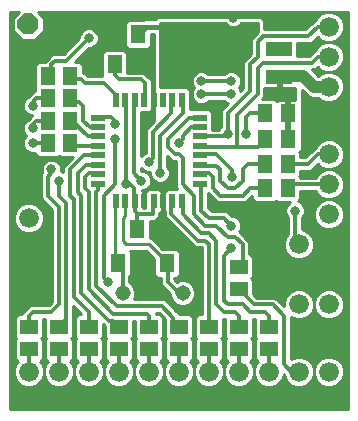
<source format=gbl>
G75*
%MOIN*%
%OFA0B0*%
%FSLAX25Y25*%
%IPPOS*%
%LPD*%
%AMOC8*
5,1,8,0,0,1.08239X$1,22.5*
%
%ADD10R,0.05118X0.06299*%
%ADD11R,0.02200X0.05000*%
%ADD12R,0.05000X0.02200*%
%ADD13C,0.05150*%
%ADD14R,0.08800X0.04800*%
%ADD15R,0.08661X0.14173*%
%ADD16C,0.06600*%
%ADD17OC8,0.07000*%
%ADD18R,0.05118X0.05906*%
%ADD19R,0.05906X0.05118*%
%ADD20C,0.01000*%
%ADD21C,0.01200*%
%ADD22C,0.03175*%
%ADD23C,0.01600*%
%ADD24C,0.04000*%
D10*
X0063658Y0071433D03*
X0071532Y0071433D03*
X0079908Y0071433D03*
X0087782Y0071433D03*
X0077782Y0082683D03*
X0069908Y0082683D03*
X0070282Y0137683D03*
X0062408Y0137683D03*
X0062408Y0147683D03*
X0070282Y0147683D03*
D11*
X0069121Y0125833D03*
X0065971Y0125833D03*
X0062822Y0125833D03*
X0072270Y0125833D03*
X0075420Y0125833D03*
X0078570Y0125833D03*
X0081719Y0125833D03*
X0084869Y0125833D03*
X0084869Y0092033D03*
X0081719Y0092033D03*
X0078570Y0092033D03*
X0075420Y0092033D03*
X0072270Y0092033D03*
X0069121Y0092033D03*
X0065971Y0092033D03*
X0062822Y0092033D03*
D12*
X0056945Y0097909D03*
X0056945Y0101059D03*
X0056945Y0104209D03*
X0056945Y0107358D03*
X0056945Y0110508D03*
X0056945Y0113657D03*
X0056945Y0116807D03*
X0056945Y0119957D03*
X0090745Y0119957D03*
X0090745Y0116807D03*
X0090745Y0113657D03*
X0090745Y0110508D03*
X0090745Y0107358D03*
X0090745Y0104209D03*
X0090745Y0101059D03*
X0090745Y0097909D03*
D13*
X0085095Y0061433D03*
X0065095Y0061433D03*
D14*
X0117295Y0133583D03*
X0117295Y0142683D03*
X0117295Y0151783D03*
D15*
X0092894Y0142683D03*
D16*
X0133845Y0140183D03*
X0133845Y0130183D03*
X0133845Y0120183D03*
X0133845Y0107683D03*
X0133845Y0097683D03*
X0133845Y0087683D03*
X0133845Y0077683D03*
X0123845Y0077683D03*
X0123845Y0057683D03*
X0133845Y0057683D03*
X0133845Y0035183D03*
X0123845Y0035183D03*
X0113845Y0035183D03*
X0103845Y0035183D03*
X0093845Y0035183D03*
X0083845Y0035183D03*
X0073845Y0035183D03*
X0063845Y0035183D03*
X0053845Y0035183D03*
X0043845Y0035183D03*
X0033845Y0035183D03*
X0033845Y0076433D03*
X0033845Y0086433D03*
X0133845Y0150183D03*
D17*
X0033599Y0151074D03*
D18*
X0040105Y0133933D03*
X0040105Y0126433D03*
X0040105Y0118933D03*
X0040105Y0111433D03*
X0047585Y0111433D03*
X0047585Y0118933D03*
X0047585Y0126433D03*
X0047585Y0133933D03*
X0112605Y0121433D03*
X0120085Y0121433D03*
X0120085Y0112683D03*
X0120085Y0104558D03*
X0112605Y0104558D03*
X0112605Y0112683D03*
X0112605Y0096433D03*
X0120085Y0096433D03*
D19*
X0103845Y0070173D03*
X0103845Y0062693D03*
X0103845Y0050173D03*
X0103845Y0042693D03*
X0093845Y0042693D03*
X0093845Y0050173D03*
X0083845Y0050173D03*
X0083845Y0042693D03*
X0073845Y0042693D03*
X0073845Y0050173D03*
X0063845Y0050173D03*
X0063845Y0042693D03*
X0053845Y0042693D03*
X0053845Y0050173D03*
X0043845Y0050173D03*
X0043845Y0042693D03*
X0033845Y0042693D03*
X0033845Y0050173D03*
X0113845Y0050173D03*
X0113845Y0042693D03*
D20*
X0027564Y0022652D02*
X0027564Y0155215D01*
X0030413Y0155215D01*
X0028418Y0153220D01*
X0028418Y0148928D01*
X0031453Y0145893D01*
X0035745Y0145893D01*
X0038780Y0148928D01*
X0038780Y0153220D01*
X0036785Y0155215D01*
X0140127Y0155215D01*
X0140127Y0022652D01*
X0027564Y0022652D01*
X0027564Y0023179D02*
X0140127Y0023179D01*
X0140127Y0024177D02*
X0027564Y0024177D01*
X0027564Y0025176D02*
X0140127Y0025176D01*
X0140127Y0026174D02*
X0027564Y0026174D01*
X0027564Y0027173D02*
X0140127Y0027173D01*
X0140127Y0028171D02*
X0027564Y0028171D01*
X0027564Y0029170D02*
X0140127Y0029170D01*
X0140127Y0030168D02*
X0027564Y0030168D01*
X0027564Y0031167D02*
X0030817Y0031167D01*
X0031024Y0030960D02*
X0032854Y0030202D01*
X0034836Y0030202D01*
X0036667Y0030960D01*
X0038068Y0032362D01*
X0038826Y0034192D01*
X0038826Y0036174D01*
X0038068Y0038005D01*
X0037557Y0038516D01*
X0038479Y0039438D01*
X0038479Y0045948D01*
X0037994Y0046433D01*
X0038479Y0046918D01*
X0038479Y0052902D01*
X0039211Y0052902D01*
X0039211Y0046918D01*
X0039696Y0046433D01*
X0039211Y0045948D01*
X0039211Y0039438D01*
X0040133Y0038516D01*
X0039622Y0038005D01*
X0038864Y0036174D01*
X0038864Y0034192D01*
X0039622Y0032362D01*
X0041024Y0030960D01*
X0042854Y0030202D01*
X0044836Y0030202D01*
X0046667Y0030960D01*
X0048068Y0032362D01*
X0048826Y0034192D01*
X0048826Y0036174D01*
X0048068Y0038005D01*
X0047557Y0038516D01*
X0048479Y0039438D01*
X0048479Y0045948D01*
X0047994Y0046433D01*
X0048479Y0046918D01*
X0048479Y0051581D01*
X0048626Y0051728D01*
X0048626Y0057176D01*
X0051389Y0054413D01*
X0050196Y0054413D01*
X0049211Y0053429D01*
X0049211Y0046918D01*
X0049696Y0046433D01*
X0049211Y0045948D01*
X0049211Y0039438D01*
X0050133Y0038516D01*
X0049622Y0038005D01*
X0048864Y0036174D01*
X0048864Y0034192D01*
X0049622Y0032362D01*
X0051024Y0030960D01*
X0052854Y0030202D01*
X0054836Y0030202D01*
X0056667Y0030960D01*
X0058068Y0032362D01*
X0058826Y0034192D01*
X0058826Y0036174D01*
X0058068Y0038005D01*
X0057557Y0038516D01*
X0058479Y0039438D01*
X0058479Y0045948D01*
X0057994Y0046433D01*
X0058479Y0046918D01*
X0058479Y0051073D01*
X0059211Y0050341D01*
X0059211Y0046918D01*
X0059696Y0046433D01*
X0059211Y0045948D01*
X0059211Y0039438D01*
X0060133Y0038516D01*
X0059622Y0038005D01*
X0058864Y0036174D01*
X0058864Y0034192D01*
X0059622Y0032362D01*
X0061024Y0030960D01*
X0062854Y0030202D01*
X0064836Y0030202D01*
X0066667Y0030960D01*
X0068068Y0032362D01*
X0068826Y0034192D01*
X0068826Y0036174D01*
X0068068Y0038005D01*
X0067557Y0038516D01*
X0068479Y0039438D01*
X0068479Y0045948D01*
X0067994Y0046433D01*
X0068479Y0046918D01*
X0068479Y0052277D01*
X0069211Y0052277D01*
X0069211Y0046918D01*
X0069696Y0046433D01*
X0069211Y0045948D01*
X0069211Y0039438D01*
X0070133Y0038516D01*
X0069622Y0038005D01*
X0068864Y0036174D01*
X0068864Y0034192D01*
X0069622Y0032362D01*
X0071024Y0030960D01*
X0072854Y0030202D01*
X0074836Y0030202D01*
X0076667Y0030960D01*
X0078068Y0032362D01*
X0078826Y0034192D01*
X0078826Y0036174D01*
X0078068Y0038005D01*
X0077557Y0038516D01*
X0078479Y0039438D01*
X0078479Y0045948D01*
X0077994Y0046433D01*
X0078479Y0046918D01*
X0078479Y0053429D01*
X0077494Y0054413D01*
X0076126Y0054413D01*
X0076126Y0054777D01*
X0077275Y0054777D01*
X0079211Y0052841D01*
X0079211Y0046918D01*
X0079696Y0046433D01*
X0079211Y0045948D01*
X0079211Y0039438D01*
X0080133Y0038516D01*
X0079622Y0038005D01*
X0078864Y0036174D01*
X0078864Y0034192D01*
X0079622Y0032362D01*
X0081024Y0030960D01*
X0082854Y0030202D01*
X0084836Y0030202D01*
X0086667Y0030960D01*
X0088068Y0032362D01*
X0088826Y0034192D01*
X0088826Y0036174D01*
X0088068Y0038005D01*
X0087557Y0038516D01*
X0088479Y0039438D01*
X0088479Y0045948D01*
X0087994Y0046433D01*
X0088479Y0046918D01*
X0088479Y0053429D01*
X0087494Y0054413D01*
X0084091Y0054413D01*
X0082915Y0055589D01*
X0080501Y0058003D01*
X0079165Y0059339D01*
X0068834Y0059339D01*
X0069351Y0060587D01*
X0069351Y0062280D01*
X0068703Y0063844D01*
X0067506Y0065041D01*
X0067376Y0065095D01*
X0067376Y0067065D01*
X0067898Y0067587D01*
X0067898Y0075279D01*
X0067675Y0075502D01*
X0072942Y0075502D01*
X0075668Y0072776D01*
X0075668Y0067587D01*
X0076653Y0066602D01*
X0077814Y0066602D01*
X0077814Y0064238D01*
X0080839Y0061213D01*
X0080839Y0060587D01*
X0081487Y0059022D01*
X0082684Y0057825D01*
X0084249Y0057177D01*
X0085942Y0057177D01*
X0087506Y0057825D01*
X0088703Y0059022D01*
X0089351Y0060587D01*
X0089351Y0062280D01*
X0088703Y0063844D01*
X0087506Y0065041D01*
X0085942Y0065689D01*
X0084249Y0065689D01*
X0083235Y0065269D01*
X0082376Y0066128D01*
X0082376Y0066602D01*
X0083164Y0066602D01*
X0084148Y0067587D01*
X0084148Y0075279D01*
X0083164Y0076264D01*
X0078349Y0076264D01*
X0074749Y0079864D01*
X0074148Y0079864D01*
X0074148Y0085402D01*
X0076040Y0085402D01*
X0077376Y0086738D01*
X0077376Y0088012D01*
X0078201Y0088837D01*
X0078201Y0095229D01*
X0077216Y0096214D01*
X0073624Y0096214D01*
X0072639Y0095229D01*
X0072639Y0089964D01*
X0071902Y0089964D01*
X0071902Y0095229D01*
X0071467Y0095665D01*
X0071995Y0095665D01*
X0073197Y0096162D01*
X0074116Y0097082D01*
X0074614Y0098283D01*
X0074614Y0099583D01*
X0074116Y0100785D01*
X0073197Y0101704D01*
X0071995Y0102202D01*
X0071303Y0102202D01*
X0071126Y0102378D01*
X0071126Y0103280D01*
X0071994Y0102412D01*
X0073195Y0101915D01*
X0074327Y0101915D01*
X0074327Y0100783D01*
X0074824Y0099582D01*
X0075744Y0098662D01*
X0076945Y0098165D01*
X0078245Y0098165D01*
X0079447Y0098662D01*
X0080366Y0099582D01*
X0080864Y0100783D01*
X0080864Y0102083D01*
X0080366Y0103285D01*
X0079876Y0103774D01*
X0079876Y0107176D01*
X0081650Y0105402D01*
X0082814Y0105402D01*
X0082814Y0096738D01*
X0083338Y0096214D01*
X0079923Y0096214D01*
X0078938Y0095229D01*
X0078938Y0088837D01*
X0079064Y0088711D01*
X0079064Y0086738D01*
X0080400Y0085402D01*
X0089150Y0076652D01*
X0091564Y0076652D01*
X0091564Y0054413D01*
X0090196Y0054413D01*
X0089211Y0053429D01*
X0089211Y0046918D01*
X0089696Y0046433D01*
X0089211Y0045948D01*
X0089211Y0039438D01*
X0090133Y0038516D01*
X0089622Y0038005D01*
X0088864Y0036174D01*
X0088864Y0034192D01*
X0089622Y0032362D01*
X0091024Y0030960D01*
X0092854Y0030202D01*
X0094836Y0030202D01*
X0096667Y0030960D01*
X0098068Y0032362D01*
X0098826Y0034192D01*
X0098826Y0036174D01*
X0098068Y0038005D01*
X0097557Y0038516D01*
X0098479Y0039438D01*
X0098479Y0045948D01*
X0097994Y0046433D01*
X0098479Y0046918D01*
X0098479Y0052902D01*
X0099211Y0052902D01*
X0099211Y0046918D01*
X0099696Y0046433D01*
X0099211Y0045948D01*
X0099211Y0039438D01*
X0100133Y0038516D01*
X0099622Y0038005D01*
X0098864Y0036174D01*
X0098864Y0034192D01*
X0099622Y0032362D01*
X0101024Y0030960D01*
X0102854Y0030202D01*
X0104836Y0030202D01*
X0106667Y0030960D01*
X0108068Y0032362D01*
X0108826Y0034192D01*
X0108826Y0036174D01*
X0108068Y0038005D01*
X0107557Y0038516D01*
X0108479Y0039438D01*
X0108479Y0045948D01*
X0107994Y0046433D01*
X0108479Y0046918D01*
X0108479Y0052902D01*
X0109211Y0052902D01*
X0109211Y0046918D01*
X0109696Y0046433D01*
X0109211Y0045948D01*
X0109211Y0039438D01*
X0110133Y0038516D01*
X0109622Y0038005D01*
X0108864Y0036174D01*
X0108864Y0034192D01*
X0109622Y0032362D01*
X0111024Y0030960D01*
X0112854Y0030202D01*
X0114836Y0030202D01*
X0116667Y0030960D01*
X0118068Y0032362D01*
X0118826Y0034192D01*
X0118826Y0034476D01*
X0118864Y0034438D01*
X0118864Y0034192D01*
X0119622Y0032362D01*
X0121024Y0030960D01*
X0122854Y0030202D01*
X0124836Y0030202D01*
X0126667Y0030960D01*
X0128068Y0032362D01*
X0128826Y0034192D01*
X0128826Y0036174D01*
X0128068Y0038005D01*
X0126667Y0039406D01*
X0124836Y0040164D01*
X0122854Y0040164D01*
X0121126Y0039448D01*
X0121126Y0053418D01*
X0122854Y0052702D01*
X0124836Y0052702D01*
X0126667Y0053460D01*
X0128068Y0054862D01*
X0128826Y0056692D01*
X0128826Y0058674D01*
X0128068Y0060505D01*
X0126667Y0061906D01*
X0124836Y0062664D01*
X0122854Y0062664D01*
X0121024Y0061906D01*
X0119622Y0060505D01*
X0118864Y0058674D01*
X0118864Y0057140D01*
X0116040Y0059964D01*
X0109790Y0059964D01*
X0108479Y0061275D01*
X0108479Y0065948D01*
X0107994Y0066433D01*
X0108479Y0066918D01*
X0108479Y0073429D01*
X0107494Y0074413D01*
X0107376Y0074413D01*
X0107376Y0078628D01*
X0106040Y0079964D01*
X0104876Y0081128D01*
X0104019Y0081985D01*
X0104116Y0082082D01*
X0104614Y0083283D01*
X0104614Y0084583D01*
X0104116Y0085785D01*
X0103197Y0086704D01*
X0101995Y0087202D01*
X0101303Y0087202D01*
X0101126Y0087378D01*
X0099790Y0088714D01*
X0094790Y0088714D01*
X0093626Y0089878D01*
X0093626Y0094676D01*
X0095314Y0092988D01*
X0096650Y0091652D01*
X0106040Y0091652D01*
X0108365Y0093977D01*
X0108365Y0092784D01*
X0109350Y0091799D01*
X0115860Y0091799D01*
X0116345Y0092284D01*
X0116830Y0091799D01*
X0120974Y0091799D01*
X0120744Y0091704D01*
X0119824Y0090785D01*
X0119327Y0089583D01*
X0119327Y0088283D01*
X0119824Y0087082D01*
X0120314Y0086592D01*
X0120314Y0081196D01*
X0119622Y0080505D01*
X0118864Y0078674D01*
X0118864Y0076692D01*
X0119622Y0074862D01*
X0121024Y0073460D01*
X0122854Y0072702D01*
X0124836Y0072702D01*
X0126667Y0073460D01*
X0128068Y0074862D01*
X0128826Y0076692D01*
X0128826Y0078674D01*
X0128068Y0080505D01*
X0126667Y0081906D01*
X0124876Y0082647D01*
X0124876Y0086592D01*
X0125366Y0087082D01*
X0125864Y0088283D01*
X0125864Y0089583D01*
X0125366Y0090785D01*
X0124447Y0091704D01*
X0123597Y0092056D01*
X0124325Y0092784D01*
X0124325Y0095402D01*
X0129398Y0095402D01*
X0129622Y0094862D01*
X0131024Y0093460D01*
X0132854Y0092702D01*
X0134836Y0092702D01*
X0136667Y0093460D01*
X0138068Y0094862D01*
X0138826Y0096692D01*
X0138826Y0098674D01*
X0138068Y0100505D01*
X0136667Y0101906D01*
X0134836Y0102664D01*
X0132854Y0102664D01*
X0131024Y0101906D01*
X0129622Y0100505D01*
X0129398Y0099964D01*
X0124325Y0099964D01*
X0124325Y0100082D01*
X0123912Y0100496D01*
X0124325Y0100909D01*
X0124325Y0102277D01*
X0127915Y0102277D01*
X0130061Y0104423D01*
X0131024Y0103460D01*
X0132854Y0102702D01*
X0134836Y0102702D01*
X0136667Y0103460D01*
X0138068Y0104862D01*
X0138826Y0106692D01*
X0138826Y0108674D01*
X0138068Y0110505D01*
X0136667Y0111906D01*
X0134836Y0112664D01*
X0132854Y0112664D01*
X0131024Y0111906D01*
X0129622Y0110505D01*
X0129398Y0109964D01*
X0129150Y0109964D01*
X0127814Y0108628D01*
X0126025Y0106839D01*
X0124325Y0106839D01*
X0124325Y0108207D01*
X0124015Y0108518D01*
X0124776Y0109280D01*
X0124776Y0129046D01*
X0125724Y0128098D01*
X0126760Y0127062D01*
X0128113Y0126502D01*
X0130482Y0126502D01*
X0131024Y0125960D01*
X0132854Y0125202D01*
X0134836Y0125202D01*
X0136667Y0125960D01*
X0138068Y0127362D01*
X0138826Y0129192D01*
X0138826Y0131174D01*
X0138068Y0133005D01*
X0136667Y0134406D01*
X0134836Y0135164D01*
X0132854Y0135164D01*
X0131024Y0134406D01*
X0130482Y0133864D01*
X0130370Y0133864D01*
X0128207Y0136027D01*
X0129165Y0136027D01*
X0130061Y0136923D01*
X0131024Y0135960D01*
X0132854Y0135202D01*
X0134836Y0135202D01*
X0136667Y0135960D01*
X0138068Y0137362D01*
X0138826Y0139192D01*
X0138826Y0141174D01*
X0138068Y0143005D01*
X0136667Y0144406D01*
X0134836Y0145164D01*
X0132854Y0145164D01*
X0131024Y0144406D01*
X0129622Y0143005D01*
X0129398Y0142464D01*
X0129150Y0142464D01*
X0127814Y0141128D01*
X0127275Y0140589D01*
X0123376Y0140589D01*
X0123376Y0144777D01*
X0127915Y0144777D01*
X0130061Y0146923D01*
X0131024Y0145960D01*
X0132854Y0145202D01*
X0134836Y0145202D01*
X0136667Y0145960D01*
X0138068Y0147362D01*
X0138826Y0149192D01*
X0138826Y0151174D01*
X0138068Y0153005D01*
X0136667Y0154406D01*
X0134836Y0155164D01*
X0132854Y0155164D01*
X0131024Y0154406D01*
X0129622Y0153005D01*
X0129398Y0152464D01*
X0129150Y0152464D01*
X0127814Y0151128D01*
X0126025Y0149339D01*
X0112276Y0149339D01*
X0112276Y0152337D01*
X0110999Y0153614D01*
X0076692Y0153614D01*
X0075742Y0152664D01*
X0072289Y0152664D01*
X0071926Y0152514D01*
X0067027Y0152514D01*
X0066042Y0151529D01*
X0066042Y0143837D01*
X0067027Y0142852D01*
X0073538Y0142852D01*
X0074522Y0143837D01*
X0074522Y0147702D01*
X0075414Y0147702D01*
X0075414Y0118728D01*
X0074150Y0117464D01*
X0072814Y0116128D01*
X0072814Y0108294D01*
X0071994Y0107954D01*
X0071126Y0107087D01*
X0071126Y0121652D01*
X0074067Y0121652D01*
X0075051Y0122637D01*
X0075051Y0129029D01*
X0074876Y0129205D01*
X0074876Y0132378D01*
X0073626Y0133628D01*
X0072290Y0134964D01*
X0066648Y0134964D01*
X0066648Y0141529D01*
X0065664Y0142514D01*
X0059153Y0142514D01*
X0058168Y0141529D01*
X0058168Y0133837D01*
X0058291Y0133714D01*
X0053540Y0133714D01*
X0052290Y0134964D01*
X0051825Y0134964D01*
X0051825Y0137582D01*
X0050841Y0138567D01*
X0049205Y0138567D01*
X0053803Y0143165D01*
X0054495Y0143165D01*
X0055697Y0143662D01*
X0056616Y0144582D01*
X0057114Y0145783D01*
X0057114Y0147083D01*
X0056616Y0148285D01*
X0055697Y0149204D01*
X0054495Y0149702D01*
X0053195Y0149702D01*
X0051994Y0149204D01*
X0051074Y0148285D01*
X0050577Y0147083D01*
X0050577Y0146391D01*
X0045400Y0141214D01*
X0041650Y0141214D01*
X0040400Y0139964D01*
X0039064Y0138628D01*
X0039064Y0138567D01*
X0036850Y0138567D01*
X0035865Y0137582D01*
X0035865Y0130284D01*
X0035966Y0130183D01*
X0035865Y0130082D01*
X0035865Y0128714D01*
X0035400Y0128714D01*
X0034064Y0127378D01*
X0033494Y0126807D01*
X0033244Y0126704D01*
X0032324Y0125785D01*
X0031827Y0124583D01*
X0031827Y0123283D01*
X0032324Y0122082D01*
X0033244Y0121162D01*
X0034445Y0120665D01*
X0034851Y0120665D01*
X0034064Y0119878D01*
X0033494Y0119307D01*
X0033244Y0119204D01*
X0032324Y0118285D01*
X0031827Y0117083D01*
X0031827Y0115783D01*
X0032324Y0114582D01*
X0032973Y0113933D01*
X0032324Y0113285D01*
X0031827Y0112083D01*
X0031827Y0110783D01*
X0032324Y0109582D01*
X0033244Y0108662D01*
X0034445Y0108165D01*
X0035745Y0108165D01*
X0035865Y0108214D01*
X0035865Y0107784D01*
X0036850Y0106799D01*
X0043360Y0106799D01*
X0043845Y0107284D01*
X0044330Y0106799D01*
X0048485Y0106799D01*
X0046650Y0104964D01*
X0045314Y0103628D01*
X0045314Y0101862D01*
X0044614Y0102153D01*
X0044614Y0103333D01*
X0044116Y0104535D01*
X0043197Y0105454D01*
X0041995Y0105952D01*
X0040695Y0105952D01*
X0039494Y0105454D01*
X0038574Y0104535D01*
X0038077Y0103333D01*
X0038077Y0102033D01*
X0038265Y0101579D01*
X0037814Y0101128D01*
X0037814Y0092988D01*
X0041564Y0089238D01*
X0041564Y0058628D01*
X0040400Y0057464D01*
X0034150Y0057464D01*
X0032900Y0056214D01*
X0031564Y0054878D01*
X0031564Y0054413D01*
X0030196Y0054413D01*
X0029211Y0053429D01*
X0029211Y0046918D01*
X0029696Y0046433D01*
X0029211Y0045948D01*
X0029211Y0039438D01*
X0030133Y0038516D01*
X0029622Y0038005D01*
X0028864Y0036174D01*
X0028864Y0034192D01*
X0029622Y0032362D01*
X0031024Y0030960D01*
X0029819Y0032165D02*
X0027564Y0032165D01*
X0027564Y0033164D02*
X0029290Y0033164D01*
X0028876Y0034162D02*
X0027564Y0034162D01*
X0027564Y0035161D02*
X0028864Y0035161D01*
X0028864Y0036159D02*
X0027564Y0036159D01*
X0027564Y0037158D02*
X0029272Y0037158D01*
X0029774Y0038156D02*
X0027564Y0038156D01*
X0027564Y0039155D02*
X0029494Y0039155D01*
X0029211Y0040153D02*
X0027564Y0040153D01*
X0027564Y0041152D02*
X0029211Y0041152D01*
X0029211Y0042150D02*
X0027564Y0042150D01*
X0027564Y0043149D02*
X0029211Y0043149D01*
X0029211Y0044147D02*
X0027564Y0044147D01*
X0027564Y0045146D02*
X0029211Y0045146D01*
X0029407Y0046144D02*
X0027564Y0046144D01*
X0027564Y0047143D02*
X0029211Y0047143D01*
X0029211Y0048141D02*
X0027564Y0048141D01*
X0027564Y0049140D02*
X0029211Y0049140D01*
X0029211Y0050138D02*
X0027564Y0050138D01*
X0027564Y0051137D02*
X0029211Y0051137D01*
X0029211Y0052135D02*
X0027564Y0052135D01*
X0027564Y0053134D02*
X0029211Y0053134D01*
X0029915Y0054132D02*
X0027564Y0054132D01*
X0027564Y0055131D02*
X0031817Y0055131D01*
X0032816Y0056129D02*
X0027564Y0056129D01*
X0027564Y0057128D02*
X0033814Y0057128D01*
X0038479Y0052135D02*
X0039211Y0052135D01*
X0039211Y0051137D02*
X0038479Y0051137D01*
X0038479Y0050138D02*
X0039211Y0050138D01*
X0039211Y0049140D02*
X0038479Y0049140D01*
X0038479Y0048141D02*
X0039211Y0048141D01*
X0039211Y0047143D02*
X0038479Y0047143D01*
X0038283Y0046144D02*
X0039407Y0046144D01*
X0039211Y0045146D02*
X0038479Y0045146D01*
X0038479Y0044147D02*
X0039211Y0044147D01*
X0039211Y0043149D02*
X0038479Y0043149D01*
X0038479Y0042150D02*
X0039211Y0042150D01*
X0039211Y0041152D02*
X0038479Y0041152D01*
X0038479Y0040153D02*
X0039211Y0040153D01*
X0039494Y0039155D02*
X0038196Y0039155D01*
X0037916Y0038156D02*
X0039774Y0038156D01*
X0039272Y0037158D02*
X0038419Y0037158D01*
X0038826Y0036159D02*
X0038864Y0036159D01*
X0038826Y0035161D02*
X0038864Y0035161D01*
X0038876Y0034162D02*
X0038814Y0034162D01*
X0038400Y0033164D02*
X0039290Y0033164D01*
X0039819Y0032165D02*
X0037872Y0032165D01*
X0036873Y0031167D02*
X0040817Y0031167D01*
X0046873Y0031167D02*
X0050817Y0031167D01*
X0049819Y0032165D02*
X0047872Y0032165D01*
X0048400Y0033164D02*
X0049290Y0033164D01*
X0048876Y0034162D02*
X0048814Y0034162D01*
X0048826Y0035161D02*
X0048864Y0035161D01*
X0048826Y0036159D02*
X0048864Y0036159D01*
X0049272Y0037158D02*
X0048419Y0037158D01*
X0047916Y0038156D02*
X0049774Y0038156D01*
X0049494Y0039155D02*
X0048196Y0039155D01*
X0048479Y0040153D02*
X0049211Y0040153D01*
X0049211Y0041152D02*
X0048479Y0041152D01*
X0048479Y0042150D02*
X0049211Y0042150D01*
X0049211Y0043149D02*
X0048479Y0043149D01*
X0048479Y0044147D02*
X0049211Y0044147D01*
X0049211Y0045146D02*
X0048479Y0045146D01*
X0048283Y0046144D02*
X0049407Y0046144D01*
X0049211Y0047143D02*
X0048479Y0047143D01*
X0048479Y0048141D02*
X0049211Y0048141D01*
X0049211Y0049140D02*
X0048479Y0049140D01*
X0048479Y0050138D02*
X0049211Y0050138D01*
X0049211Y0051137D02*
X0048479Y0051137D01*
X0048626Y0052135D02*
X0049211Y0052135D01*
X0049211Y0053134D02*
X0048626Y0053134D01*
X0048626Y0054132D02*
X0049915Y0054132D01*
X0050671Y0055131D02*
X0048626Y0055131D01*
X0048626Y0056129D02*
X0049673Y0056129D01*
X0048674Y0057128D02*
X0048626Y0057128D01*
X0041564Y0059125D02*
X0027564Y0059125D01*
X0027564Y0058127D02*
X0041063Y0058127D01*
X0041564Y0060124D02*
X0027564Y0060124D01*
X0027564Y0061122D02*
X0041564Y0061122D01*
X0041564Y0062121D02*
X0027564Y0062121D01*
X0027564Y0063119D02*
X0041564Y0063119D01*
X0041564Y0064118D02*
X0027564Y0064118D01*
X0027564Y0065116D02*
X0041564Y0065116D01*
X0041564Y0066115D02*
X0027564Y0066115D01*
X0027564Y0067113D02*
X0041564Y0067113D01*
X0041564Y0068112D02*
X0027564Y0068112D01*
X0027564Y0069110D02*
X0041564Y0069110D01*
X0041564Y0070109D02*
X0027564Y0070109D01*
X0027564Y0071107D02*
X0041564Y0071107D01*
X0041564Y0072106D02*
X0027564Y0072106D01*
X0027564Y0073104D02*
X0041564Y0073104D01*
X0041564Y0074103D02*
X0027564Y0074103D01*
X0027564Y0075101D02*
X0041564Y0075101D01*
X0041564Y0076100D02*
X0027564Y0076100D01*
X0027564Y0077098D02*
X0041564Y0077098D01*
X0041564Y0078097D02*
X0027564Y0078097D01*
X0027564Y0079095D02*
X0041564Y0079095D01*
X0041564Y0080094D02*
X0027564Y0080094D01*
X0027564Y0081092D02*
X0041564Y0081092D01*
X0041564Y0082091D02*
X0036378Y0082091D01*
X0036667Y0082210D02*
X0038068Y0083612D01*
X0038826Y0085442D01*
X0038826Y0087424D01*
X0038068Y0089255D01*
X0036667Y0090656D01*
X0034836Y0091414D01*
X0032854Y0091414D01*
X0031024Y0090656D01*
X0029622Y0089255D01*
X0028864Y0087424D01*
X0028864Y0085442D01*
X0029622Y0083612D01*
X0031024Y0082210D01*
X0032854Y0081452D01*
X0034836Y0081452D01*
X0036667Y0082210D01*
X0037546Y0083089D02*
X0041564Y0083089D01*
X0041564Y0084088D02*
X0038265Y0084088D01*
X0038679Y0085086D02*
X0041564Y0085086D01*
X0041564Y0086085D02*
X0038826Y0086085D01*
X0038826Y0087083D02*
X0041564Y0087083D01*
X0041564Y0088082D02*
X0038554Y0088082D01*
X0038140Y0089080D02*
X0041564Y0089080D01*
X0040723Y0090079D02*
X0037244Y0090079D01*
X0035649Y0091077D02*
X0039725Y0091077D01*
X0038726Y0092076D02*
X0027564Y0092076D01*
X0027564Y0093074D02*
X0037814Y0093074D01*
X0037814Y0094073D02*
X0027564Y0094073D01*
X0027564Y0095071D02*
X0037814Y0095071D01*
X0037814Y0096070D02*
X0027564Y0096070D01*
X0027564Y0097068D02*
X0037814Y0097068D01*
X0037814Y0098067D02*
X0027564Y0098067D01*
X0027564Y0099065D02*
X0037814Y0099065D01*
X0037814Y0100064D02*
X0027564Y0100064D01*
X0027564Y0101062D02*
X0037814Y0101062D01*
X0038077Y0102061D02*
X0027564Y0102061D01*
X0027564Y0103060D02*
X0038077Y0103060D01*
X0038377Y0104058D02*
X0027564Y0104058D01*
X0027564Y0105057D02*
X0039096Y0105057D01*
X0036595Y0107054D02*
X0027564Y0107054D01*
X0027564Y0108052D02*
X0035865Y0108052D01*
X0032855Y0109051D02*
X0027564Y0109051D01*
X0027564Y0110049D02*
X0032131Y0110049D01*
X0031827Y0111048D02*
X0027564Y0111048D01*
X0027564Y0112046D02*
X0031827Y0112046D01*
X0032225Y0113045D02*
X0027564Y0113045D01*
X0027564Y0114043D02*
X0032863Y0114043D01*
X0032134Y0115042D02*
X0027564Y0115042D01*
X0027564Y0116040D02*
X0031827Y0116040D01*
X0031827Y0117039D02*
X0027564Y0117039D01*
X0027564Y0118037D02*
X0032222Y0118037D01*
X0033075Y0119036D02*
X0027564Y0119036D01*
X0027564Y0120034D02*
X0034220Y0120034D01*
X0033556Y0121033D02*
X0027564Y0121033D01*
X0027564Y0122031D02*
X0032375Y0122031D01*
X0031931Y0123030D02*
X0027564Y0123030D01*
X0027564Y0124028D02*
X0031827Y0124028D01*
X0032010Y0125027D02*
X0027564Y0125027D01*
X0027564Y0126025D02*
X0032565Y0126025D01*
X0033710Y0127024D02*
X0027564Y0127024D01*
X0027564Y0128022D02*
X0034708Y0128022D01*
X0035865Y0129021D02*
X0027564Y0129021D01*
X0027564Y0130019D02*
X0035865Y0130019D01*
X0035865Y0131018D02*
X0027564Y0131018D01*
X0027564Y0132016D02*
X0035865Y0132016D01*
X0035865Y0133015D02*
X0027564Y0133015D01*
X0027564Y0134013D02*
X0035865Y0134013D01*
X0035865Y0135012D02*
X0027564Y0135012D01*
X0027564Y0136010D02*
X0035865Y0136010D01*
X0035865Y0137009D02*
X0027564Y0137009D01*
X0027564Y0138007D02*
X0036290Y0138007D01*
X0039442Y0139006D02*
X0027564Y0139006D01*
X0027564Y0140004D02*
X0040441Y0140004D01*
X0041439Y0141003D02*
X0027564Y0141003D01*
X0027564Y0142001D02*
X0046188Y0142001D01*
X0047186Y0143000D02*
X0027564Y0143000D01*
X0027564Y0143998D02*
X0048185Y0143998D01*
X0049183Y0144997D02*
X0027564Y0144997D01*
X0027564Y0145995D02*
X0031350Y0145995D01*
X0030352Y0146994D02*
X0027564Y0146994D01*
X0027564Y0147993D02*
X0029353Y0147993D01*
X0028418Y0148991D02*
X0027564Y0148991D01*
X0027564Y0149990D02*
X0028418Y0149990D01*
X0028418Y0150988D02*
X0027564Y0150988D01*
X0027564Y0151987D02*
X0028418Y0151987D01*
X0028418Y0152985D02*
X0027564Y0152985D01*
X0027564Y0153984D02*
X0029182Y0153984D01*
X0030180Y0154982D02*
X0027564Y0154982D01*
X0037018Y0154982D02*
X0132415Y0154982D01*
X0130601Y0153984D02*
X0038016Y0153984D01*
X0038780Y0152985D02*
X0076063Y0152985D01*
X0077595Y0151433D02*
X0099223Y0151433D01*
X0100119Y0150537D01*
X0101320Y0150040D01*
X0102620Y0150040D01*
X0103822Y0150537D01*
X0104717Y0151433D01*
X0110095Y0151433D01*
X0110095Y0148409D01*
X0107814Y0146128D01*
X0107814Y0141128D01*
X0105314Y0138628D01*
X0105314Y0129878D01*
X0104366Y0128930D01*
X0104116Y0129535D01*
X0103780Y0129871D01*
X0104116Y0130207D01*
X0104614Y0131408D01*
X0104614Y0132708D01*
X0104116Y0133910D01*
X0103197Y0134829D01*
X0101995Y0135327D01*
X0100695Y0135327D01*
X0099494Y0134829D01*
X0099004Y0134339D01*
X0093686Y0134339D01*
X0093197Y0134829D01*
X0091995Y0135327D01*
X0090695Y0135327D01*
X0089494Y0134829D01*
X0088574Y0133910D01*
X0088077Y0132708D01*
X0088077Y0131408D01*
X0088574Y0130207D01*
X0088910Y0129871D01*
X0088574Y0129535D01*
X0088077Y0128333D01*
X0088077Y0127033D01*
X0088574Y0125832D01*
X0089494Y0124912D01*
X0090695Y0124415D01*
X0091995Y0124415D01*
X0093197Y0124912D01*
X0093686Y0125402D01*
X0099004Y0125402D01*
X0099494Y0124912D01*
X0100098Y0124662D01*
X0097814Y0122378D01*
X0097814Y0116899D01*
X0097324Y0116410D01*
X0097129Y0115939D01*
X0094926Y0115939D01*
X0094926Y0121753D01*
X0093941Y0122738D01*
X0087650Y0122738D01*
X0087650Y0129029D01*
X0086665Y0130014D01*
X0077595Y0130014D01*
X0077595Y0151433D01*
X0077595Y0150988D02*
X0099668Y0150988D01*
X0104272Y0150988D02*
X0110095Y0150988D01*
X0110095Y0149990D02*
X0077595Y0149990D01*
X0077595Y0148991D02*
X0110095Y0148991D01*
X0109679Y0147993D02*
X0077595Y0147993D01*
X0077595Y0146994D02*
X0108680Y0146994D01*
X0107814Y0145995D02*
X0077595Y0145995D01*
X0077595Y0144997D02*
X0107814Y0144997D01*
X0107814Y0143998D02*
X0077595Y0143998D01*
X0077595Y0143000D02*
X0107814Y0143000D01*
X0107814Y0142001D02*
X0077595Y0142001D01*
X0077595Y0141003D02*
X0107689Y0141003D01*
X0106691Y0140004D02*
X0077595Y0140004D01*
X0077595Y0139006D02*
X0105692Y0139006D01*
X0105314Y0138007D02*
X0077595Y0138007D01*
X0077595Y0137009D02*
X0105314Y0137009D01*
X0105314Y0136010D02*
X0077595Y0136010D01*
X0077595Y0135012D02*
X0089935Y0135012D01*
X0088678Y0134013D02*
X0077595Y0134013D01*
X0077595Y0133015D02*
X0088204Y0133015D01*
X0088077Y0132016D02*
X0077595Y0132016D01*
X0077595Y0131018D02*
X0088238Y0131018D01*
X0088762Y0130019D02*
X0077595Y0130019D01*
X0075414Y0130019D02*
X0074876Y0130019D01*
X0074876Y0131018D02*
X0075414Y0131018D01*
X0075414Y0132016D02*
X0074876Y0132016D01*
X0075414Y0133015D02*
X0074239Y0133015D01*
X0073241Y0134013D02*
X0075414Y0134013D01*
X0075414Y0135012D02*
X0066648Y0135012D01*
X0066648Y0136010D02*
X0075414Y0136010D01*
X0075414Y0137009D02*
X0066648Y0137009D01*
X0066648Y0138007D02*
X0075414Y0138007D01*
X0075414Y0139006D02*
X0066648Y0139006D01*
X0066648Y0140004D02*
X0075414Y0140004D01*
X0075414Y0141003D02*
X0066648Y0141003D01*
X0066176Y0142001D02*
X0075414Y0142001D01*
X0075414Y0143000D02*
X0073685Y0143000D01*
X0074522Y0143998D02*
X0075414Y0143998D01*
X0075414Y0144997D02*
X0074522Y0144997D01*
X0074522Y0145995D02*
X0075414Y0145995D01*
X0075414Y0146994D02*
X0074522Y0146994D01*
X0066879Y0143000D02*
X0053638Y0143000D01*
X0052639Y0142001D02*
X0058640Y0142001D01*
X0058168Y0141003D02*
X0051641Y0141003D01*
X0050642Y0140004D02*
X0058168Y0140004D01*
X0058168Y0139006D02*
X0049644Y0139006D01*
X0051400Y0138007D02*
X0058168Y0138007D01*
X0058168Y0137009D02*
X0051825Y0137009D01*
X0051825Y0136010D02*
X0058168Y0136010D01*
X0058168Y0135012D02*
X0051825Y0135012D01*
X0053241Y0134013D02*
X0058168Y0134013D01*
X0056033Y0143998D02*
X0066042Y0143998D01*
X0066042Y0144997D02*
X0056788Y0144997D01*
X0057114Y0145995D02*
X0066042Y0145995D01*
X0066042Y0146994D02*
X0057114Y0146994D01*
X0056737Y0147993D02*
X0066042Y0147993D01*
X0066042Y0148991D02*
X0055910Y0148991D01*
X0051781Y0148991D02*
X0038780Y0148991D01*
X0038780Y0149990D02*
X0066042Y0149990D01*
X0066042Y0150988D02*
X0038780Y0150988D01*
X0038780Y0151987D02*
X0066500Y0151987D01*
X0050953Y0147993D02*
X0037845Y0147993D01*
X0036846Y0146994D02*
X0050577Y0146994D01*
X0050182Y0145995D02*
X0035848Y0145995D01*
X0043615Y0107054D02*
X0044076Y0107054D01*
X0043594Y0105057D02*
X0046743Y0105057D01*
X0047741Y0106055D02*
X0027564Y0106055D01*
X0027564Y0091077D02*
X0032041Y0091077D01*
X0030447Y0090079D02*
X0027564Y0090079D01*
X0027564Y0089080D02*
X0029550Y0089080D01*
X0029137Y0088082D02*
X0027564Y0088082D01*
X0027564Y0087083D02*
X0028864Y0087083D01*
X0028864Y0086085D02*
X0027564Y0086085D01*
X0027564Y0085086D02*
X0029011Y0085086D01*
X0029425Y0084088D02*
X0027564Y0084088D01*
X0027564Y0083089D02*
X0030145Y0083089D01*
X0031312Y0082091D02*
X0027564Y0082091D01*
X0044835Y0102061D02*
X0045314Y0102061D01*
X0045314Y0103060D02*
X0044614Y0103060D01*
X0044313Y0104058D02*
X0045744Y0104058D01*
X0062595Y0091807D02*
X0062595Y0072496D01*
X0063658Y0071433D01*
X0067898Y0071107D02*
X0075668Y0071107D01*
X0075668Y0070109D02*
X0067898Y0070109D01*
X0067898Y0069110D02*
X0075668Y0069110D01*
X0075668Y0068112D02*
X0067898Y0068112D01*
X0067424Y0067113D02*
X0076142Y0067113D01*
X0077814Y0066115D02*
X0067376Y0066115D01*
X0067376Y0065116D02*
X0077814Y0065116D01*
X0077935Y0064118D02*
X0068429Y0064118D01*
X0069003Y0063119D02*
X0078933Y0063119D01*
X0079932Y0062121D02*
X0069351Y0062121D01*
X0069351Y0061122D02*
X0080839Y0061122D01*
X0081031Y0060124D02*
X0069159Y0060124D01*
X0069211Y0052135D02*
X0068479Y0052135D01*
X0068479Y0051137D02*
X0069211Y0051137D01*
X0069211Y0050138D02*
X0068479Y0050138D01*
X0068479Y0049140D02*
X0069211Y0049140D01*
X0069211Y0048141D02*
X0068479Y0048141D01*
X0068479Y0047143D02*
X0069211Y0047143D01*
X0069407Y0046144D02*
X0068283Y0046144D01*
X0068479Y0045146D02*
X0069211Y0045146D01*
X0069211Y0044147D02*
X0068479Y0044147D01*
X0068479Y0043149D02*
X0069211Y0043149D01*
X0069211Y0042150D02*
X0068479Y0042150D01*
X0068479Y0041152D02*
X0069211Y0041152D01*
X0069211Y0040153D02*
X0068479Y0040153D01*
X0068196Y0039155D02*
X0069494Y0039155D01*
X0069774Y0038156D02*
X0067916Y0038156D01*
X0068419Y0037158D02*
X0069272Y0037158D01*
X0068864Y0036159D02*
X0068826Y0036159D01*
X0068826Y0035161D02*
X0068864Y0035161D01*
X0068876Y0034162D02*
X0068814Y0034162D01*
X0068400Y0033164D02*
X0069290Y0033164D01*
X0069819Y0032165D02*
X0067872Y0032165D01*
X0066873Y0031167D02*
X0070817Y0031167D01*
X0076873Y0031167D02*
X0080817Y0031167D01*
X0079819Y0032165D02*
X0077872Y0032165D01*
X0078400Y0033164D02*
X0079290Y0033164D01*
X0078876Y0034162D02*
X0078814Y0034162D01*
X0078826Y0035161D02*
X0078864Y0035161D01*
X0078826Y0036159D02*
X0078864Y0036159D01*
X0079272Y0037158D02*
X0078419Y0037158D01*
X0077916Y0038156D02*
X0079774Y0038156D01*
X0079494Y0039155D02*
X0078196Y0039155D01*
X0078479Y0040153D02*
X0079211Y0040153D01*
X0079211Y0041152D02*
X0078479Y0041152D01*
X0078479Y0042150D02*
X0079211Y0042150D01*
X0079211Y0043149D02*
X0078479Y0043149D01*
X0078479Y0044147D02*
X0079211Y0044147D01*
X0079211Y0045146D02*
X0078479Y0045146D01*
X0078283Y0046144D02*
X0079407Y0046144D01*
X0079211Y0047143D02*
X0078479Y0047143D01*
X0078479Y0048141D02*
X0079211Y0048141D01*
X0079211Y0049140D02*
X0078479Y0049140D01*
X0078479Y0050138D02*
X0079211Y0050138D01*
X0079211Y0051137D02*
X0078479Y0051137D01*
X0078479Y0052135D02*
X0079211Y0052135D01*
X0078918Y0053134D02*
X0078479Y0053134D01*
X0077920Y0054132D02*
X0077775Y0054132D01*
X0080501Y0058003D02*
X0080501Y0058003D01*
X0080378Y0058127D02*
X0082383Y0058127D01*
X0081445Y0059125D02*
X0079379Y0059125D01*
X0081376Y0057128D02*
X0091564Y0057128D01*
X0091564Y0058127D02*
X0087807Y0058127D01*
X0088746Y0059125D02*
X0091564Y0059125D01*
X0091564Y0060124D02*
X0089159Y0060124D01*
X0089351Y0061122D02*
X0091564Y0061122D01*
X0091564Y0062121D02*
X0089351Y0062121D01*
X0089003Y0063119D02*
X0091564Y0063119D01*
X0091564Y0064118D02*
X0088429Y0064118D01*
X0087325Y0065116D02*
X0091564Y0065116D01*
X0091564Y0066115D02*
X0082390Y0066115D01*
X0083674Y0067113D02*
X0091564Y0067113D01*
X0091564Y0068112D02*
X0084148Y0068112D01*
X0084148Y0069110D02*
X0091564Y0069110D01*
X0091564Y0070109D02*
X0084148Y0070109D01*
X0084148Y0071107D02*
X0091564Y0071107D01*
X0091564Y0072106D02*
X0084148Y0072106D01*
X0084148Y0073104D02*
X0091564Y0073104D01*
X0091564Y0074103D02*
X0084148Y0074103D01*
X0084148Y0075101D02*
X0091564Y0075101D01*
X0091564Y0076100D02*
X0083328Y0076100D01*
X0078845Y0072496D02*
X0079908Y0071433D01*
X0078845Y0072496D02*
X0078845Y0072683D01*
X0073845Y0077683D01*
X0066345Y0077683D01*
X0065095Y0078933D01*
X0065095Y0086433D01*
X0065971Y0087309D01*
X0065971Y0092033D01*
X0071902Y0092076D02*
X0072639Y0092076D01*
X0072639Y0093074D02*
X0071902Y0093074D01*
X0071902Y0094073D02*
X0072639Y0094073D01*
X0072639Y0095071D02*
X0071902Y0095071D01*
X0072974Y0096070D02*
X0073479Y0096070D01*
X0074103Y0097068D02*
X0082814Y0097068D01*
X0082814Y0098067D02*
X0074524Y0098067D01*
X0074614Y0099065D02*
X0075340Y0099065D01*
X0074624Y0100064D02*
X0074415Y0100064D01*
X0074327Y0101062D02*
X0073838Y0101062D01*
X0072841Y0102061D02*
X0072335Y0102061D01*
X0071346Y0103060D02*
X0071126Y0103060D01*
X0071126Y0108052D02*
X0072231Y0108052D01*
X0072814Y0109051D02*
X0071126Y0109051D01*
X0071126Y0110049D02*
X0072814Y0110049D01*
X0072814Y0111048D02*
X0071126Y0111048D01*
X0071126Y0112046D02*
X0072814Y0112046D01*
X0072814Y0113045D02*
X0071126Y0113045D01*
X0071126Y0114043D02*
X0072814Y0114043D01*
X0072814Y0115042D02*
X0071126Y0115042D01*
X0071126Y0116040D02*
X0072814Y0116040D01*
X0073725Y0117039D02*
X0071126Y0117039D01*
X0071126Y0118037D02*
X0074723Y0118037D01*
X0075414Y0119036D02*
X0071126Y0119036D01*
X0071126Y0120034D02*
X0075414Y0120034D01*
X0075414Y0121033D02*
X0071126Y0121033D01*
X0074446Y0122031D02*
X0075414Y0122031D01*
X0075414Y0123030D02*
X0075051Y0123030D01*
X0075051Y0124028D02*
X0075414Y0124028D01*
X0075414Y0125027D02*
X0075051Y0125027D01*
X0075051Y0126025D02*
X0075414Y0126025D01*
X0075414Y0127024D02*
X0075051Y0127024D01*
X0075051Y0128022D02*
X0075414Y0128022D01*
X0075414Y0129021D02*
X0075051Y0129021D01*
X0087650Y0129021D02*
X0088361Y0129021D01*
X0088077Y0128022D02*
X0087650Y0128022D01*
X0087650Y0127024D02*
X0088080Y0127024D01*
X0088494Y0126025D02*
X0087650Y0126025D01*
X0087650Y0125027D02*
X0089379Y0125027D01*
X0087650Y0124028D02*
X0099464Y0124028D01*
X0099379Y0125027D02*
X0093311Y0125027D01*
X0094648Y0122031D02*
X0097814Y0122031D01*
X0097814Y0121033D02*
X0094926Y0121033D01*
X0094926Y0120034D02*
X0097814Y0120034D01*
X0097814Y0119036D02*
X0094926Y0119036D01*
X0094926Y0118037D02*
X0097814Y0118037D01*
X0097814Y0117039D02*
X0094926Y0117039D01*
X0094926Y0116040D02*
X0097171Y0116040D01*
X0098466Y0123030D02*
X0087650Y0123030D01*
X0092755Y0135012D02*
X0099935Y0135012D01*
X0102755Y0135012D02*
X0105314Y0135012D01*
X0105314Y0134013D02*
X0104012Y0134013D01*
X0104487Y0133015D02*
X0105314Y0133015D01*
X0105314Y0132016D02*
X0104614Y0132016D01*
X0104452Y0131018D02*
X0105314Y0131018D01*
X0105314Y0130019D02*
X0103929Y0130019D01*
X0104329Y0129021D02*
X0104457Y0129021D01*
X0111705Y0126067D02*
X0112376Y0126738D01*
X0112376Y0129769D01*
X0112698Y0129683D01*
X0116795Y0129683D01*
X0116795Y0133083D01*
X0117795Y0133083D01*
X0117795Y0129683D01*
X0121893Y0129683D01*
X0122274Y0129785D01*
X0122595Y0129971D01*
X0122595Y0125886D01*
X0120585Y0125886D01*
X0120585Y0121933D01*
X0119585Y0121933D01*
X0119585Y0125886D01*
X0117329Y0125886D01*
X0116947Y0125784D01*
X0116605Y0125586D01*
X0116473Y0125454D01*
X0115860Y0126067D01*
X0111705Y0126067D01*
X0112376Y0127024D02*
X0122595Y0127024D01*
X0122595Y0128022D02*
X0112376Y0128022D01*
X0112376Y0129021D02*
X0122595Y0129021D01*
X0124776Y0129021D02*
X0124802Y0129021D01*
X0124776Y0128022D02*
X0125800Y0128022D01*
X0124776Y0127024D02*
X0126853Y0127024D01*
X0124776Y0126025D02*
X0130959Y0126025D01*
X0136732Y0126025D02*
X0140127Y0126025D01*
X0140127Y0125027D02*
X0124776Y0125027D01*
X0124776Y0124028D02*
X0140127Y0124028D01*
X0140127Y0123030D02*
X0124776Y0123030D01*
X0124776Y0122031D02*
X0140127Y0122031D01*
X0140127Y0121033D02*
X0124776Y0121033D01*
X0124776Y0120034D02*
X0140127Y0120034D01*
X0140127Y0119036D02*
X0124776Y0119036D01*
X0124776Y0118037D02*
X0140127Y0118037D01*
X0140127Y0117039D02*
X0124776Y0117039D01*
X0124776Y0116040D02*
X0140127Y0116040D01*
X0140127Y0115042D02*
X0124776Y0115042D01*
X0124776Y0114043D02*
X0140127Y0114043D01*
X0140127Y0113045D02*
X0124776Y0113045D01*
X0124776Y0112046D02*
X0131362Y0112046D01*
X0130165Y0111048D02*
X0124776Y0111048D01*
X0124776Y0110049D02*
X0129434Y0110049D01*
X0128237Y0109051D02*
X0124547Y0109051D01*
X0124325Y0108052D02*
X0127238Y0108052D01*
X0126240Y0107054D02*
X0124325Y0107054D01*
X0124325Y0102061D02*
X0131398Y0102061D01*
X0131991Y0103060D02*
X0128698Y0103060D01*
X0129696Y0104058D02*
X0130426Y0104058D01*
X0130180Y0101062D02*
X0124325Y0101062D01*
X0124325Y0100064D02*
X0129440Y0100064D01*
X0129535Y0095071D02*
X0124325Y0095071D01*
X0124325Y0094073D02*
X0130411Y0094073D01*
X0131955Y0093074D02*
X0124325Y0093074D01*
X0123617Y0092076D02*
X0131434Y0092076D01*
X0131024Y0091906D02*
X0132854Y0092664D01*
X0134836Y0092664D01*
X0136667Y0091906D01*
X0138068Y0090505D01*
X0138826Y0088674D01*
X0138826Y0086692D01*
X0138068Y0084862D01*
X0136667Y0083460D01*
X0134836Y0082702D01*
X0132854Y0082702D01*
X0131024Y0083460D01*
X0129622Y0084862D01*
X0128864Y0086692D01*
X0128864Y0088674D01*
X0129622Y0090505D01*
X0131024Y0091906D01*
X0130195Y0091077D02*
X0125073Y0091077D01*
X0125658Y0090079D02*
X0129446Y0090079D01*
X0129032Y0089080D02*
X0125864Y0089080D01*
X0125780Y0088082D02*
X0128864Y0088082D01*
X0128864Y0087083D02*
X0125367Y0087083D01*
X0124876Y0086085D02*
X0129116Y0086085D01*
X0129529Y0085086D02*
X0124876Y0085086D01*
X0124876Y0084088D02*
X0130396Y0084088D01*
X0131919Y0083089D02*
X0124876Y0083089D01*
X0126220Y0082091D02*
X0140127Y0082091D01*
X0140127Y0083089D02*
X0135771Y0083089D01*
X0137294Y0084088D02*
X0140127Y0084088D01*
X0140127Y0085086D02*
X0138161Y0085086D01*
X0138575Y0086085D02*
X0140127Y0086085D01*
X0140127Y0087083D02*
X0138826Y0087083D01*
X0138826Y0088082D02*
X0140127Y0088082D01*
X0140127Y0089080D02*
X0138658Y0089080D01*
X0138244Y0090079D02*
X0140127Y0090079D01*
X0140127Y0091077D02*
X0137495Y0091077D01*
X0136256Y0092076D02*
X0140127Y0092076D01*
X0140127Y0093074D02*
X0135735Y0093074D01*
X0137279Y0094073D02*
X0140127Y0094073D01*
X0140127Y0095071D02*
X0138155Y0095071D01*
X0138568Y0096070D02*
X0140127Y0096070D01*
X0140127Y0097068D02*
X0138826Y0097068D01*
X0138826Y0098067D02*
X0140127Y0098067D01*
X0140127Y0099065D02*
X0138664Y0099065D01*
X0138250Y0100064D02*
X0140127Y0100064D01*
X0140127Y0101062D02*
X0137510Y0101062D01*
X0136292Y0102061D02*
X0140127Y0102061D01*
X0140127Y0103060D02*
X0135699Y0103060D01*
X0137264Y0104058D02*
X0140127Y0104058D01*
X0140127Y0105057D02*
X0138149Y0105057D01*
X0138562Y0106055D02*
X0140127Y0106055D01*
X0140127Y0107054D02*
X0138826Y0107054D01*
X0138826Y0108052D02*
X0140127Y0108052D01*
X0140127Y0109051D02*
X0138670Y0109051D01*
X0138257Y0110049D02*
X0140127Y0110049D01*
X0140127Y0111048D02*
X0137525Y0111048D01*
X0136328Y0112046D02*
X0140127Y0112046D01*
X0140127Y0127024D02*
X0137730Y0127024D01*
X0138342Y0128022D02*
X0140127Y0128022D01*
X0140127Y0129021D02*
X0138755Y0129021D01*
X0138826Y0130019D02*
X0140127Y0130019D01*
X0140127Y0131018D02*
X0138826Y0131018D01*
X0138477Y0132016D02*
X0140127Y0132016D01*
X0140127Y0133015D02*
X0138058Y0133015D01*
X0137059Y0134013D02*
X0140127Y0134013D01*
X0140127Y0135012D02*
X0135204Y0135012D01*
X0136717Y0136010D02*
X0140127Y0136010D01*
X0140127Y0137009D02*
X0137715Y0137009D01*
X0138335Y0138007D02*
X0140127Y0138007D01*
X0140127Y0139006D02*
X0138749Y0139006D01*
X0138826Y0140004D02*
X0140127Y0140004D01*
X0140127Y0141003D02*
X0138826Y0141003D01*
X0138483Y0142001D02*
X0140127Y0142001D01*
X0140127Y0143000D02*
X0138070Y0143000D01*
X0137074Y0143998D02*
X0140127Y0143998D01*
X0140127Y0144997D02*
X0135240Y0144997D01*
X0136702Y0145995D02*
X0140127Y0145995D01*
X0140127Y0146994D02*
X0137700Y0146994D01*
X0138329Y0147993D02*
X0140127Y0147993D01*
X0140127Y0148991D02*
X0138743Y0148991D01*
X0138826Y0149990D02*
X0140127Y0149990D01*
X0140127Y0150988D02*
X0138826Y0150988D01*
X0138490Y0151987D02*
X0140127Y0151987D01*
X0140127Y0152985D02*
X0138076Y0152985D01*
X0137089Y0153984D02*
X0140127Y0153984D01*
X0140127Y0154982D02*
X0135275Y0154982D01*
X0129614Y0152985D02*
X0111628Y0152985D01*
X0112276Y0151987D02*
X0128673Y0151987D01*
X0127674Y0150988D02*
X0112276Y0150988D01*
X0112276Y0149990D02*
X0126676Y0149990D01*
X0129134Y0145995D02*
X0130988Y0145995D01*
X0132451Y0144997D02*
X0128135Y0144997D01*
X0129620Y0143000D02*
X0123376Y0143000D01*
X0123376Y0143998D02*
X0130616Y0143998D01*
X0128688Y0142001D02*
X0123376Y0142001D01*
X0123376Y0141003D02*
X0127689Y0141003D01*
X0128224Y0136010D02*
X0130973Y0136010D01*
X0132487Y0135012D02*
X0129222Y0135012D01*
X0130221Y0134013D02*
X0130631Y0134013D01*
X0122595Y0126025D02*
X0115902Y0126025D01*
X0119585Y0125027D02*
X0120585Y0125027D01*
X0120585Y0124028D02*
X0119585Y0124028D01*
X0119585Y0123030D02*
X0120585Y0123030D01*
X0120585Y0122031D02*
X0119585Y0122031D01*
X0119585Y0120933D02*
X0119585Y0117136D01*
X0119585Y0113183D01*
X0120585Y0113183D01*
X0120585Y0120933D01*
X0119585Y0120933D01*
X0119585Y0120034D02*
X0120585Y0120034D01*
X0120585Y0119036D02*
X0119585Y0119036D01*
X0119585Y0118037D02*
X0120585Y0118037D01*
X0120585Y0117039D02*
X0119585Y0117039D01*
X0119585Y0116040D02*
X0120585Y0116040D01*
X0120585Y0115042D02*
X0119585Y0115042D01*
X0119585Y0114043D02*
X0120585Y0114043D01*
X0117795Y0130019D02*
X0116795Y0130019D01*
X0116795Y0131018D02*
X0117795Y0131018D01*
X0117795Y0132016D02*
X0116795Y0132016D01*
X0116795Y0133015D02*
X0117795Y0133015D01*
X0094229Y0094073D02*
X0093626Y0094073D01*
X0093626Y0093074D02*
X0095228Y0093074D01*
X0095314Y0092988D02*
X0095314Y0092988D01*
X0096226Y0092076D02*
X0093626Y0092076D01*
X0093626Y0091077D02*
X0120117Y0091077D01*
X0119532Y0090079D02*
X0093626Y0090079D01*
X0094424Y0089080D02*
X0119327Y0089080D01*
X0119410Y0088082D02*
X0100422Y0088082D01*
X0102281Y0087083D02*
X0119824Y0087083D01*
X0120314Y0086085D02*
X0103816Y0086085D01*
X0104405Y0085086D02*
X0120314Y0085086D01*
X0120314Y0084088D02*
X0104614Y0084088D01*
X0104533Y0083089D02*
X0120314Y0083089D01*
X0120314Y0082091D02*
X0104120Y0082091D01*
X0104912Y0081092D02*
X0120210Y0081092D01*
X0119452Y0080094D02*
X0105910Y0080094D01*
X0106909Y0079095D02*
X0119039Y0079095D01*
X0118864Y0078097D02*
X0107376Y0078097D01*
X0107376Y0077098D02*
X0118864Y0077098D01*
X0119109Y0076100D02*
X0107376Y0076100D01*
X0107376Y0075101D02*
X0119523Y0075101D01*
X0120381Y0074103D02*
X0107805Y0074103D01*
X0108479Y0073104D02*
X0121883Y0073104D01*
X0125807Y0073104D02*
X0140127Y0073104D01*
X0140127Y0072106D02*
X0108479Y0072106D01*
X0108479Y0071107D02*
X0140127Y0071107D01*
X0140127Y0070109D02*
X0108479Y0070109D01*
X0108479Y0069110D02*
X0140127Y0069110D01*
X0140127Y0068112D02*
X0108479Y0068112D01*
X0108479Y0067113D02*
X0140127Y0067113D01*
X0140127Y0066115D02*
X0108313Y0066115D01*
X0108479Y0065116D02*
X0140127Y0065116D01*
X0140127Y0064118D02*
X0108479Y0064118D01*
X0108479Y0063119D02*
X0140127Y0063119D01*
X0140127Y0062121D02*
X0136148Y0062121D01*
X0136667Y0061906D02*
X0134836Y0062664D01*
X0132854Y0062664D01*
X0131024Y0061906D01*
X0129622Y0060505D01*
X0128864Y0058674D01*
X0128864Y0056692D01*
X0129622Y0054862D01*
X0131024Y0053460D01*
X0132854Y0052702D01*
X0134836Y0052702D01*
X0136667Y0053460D01*
X0138068Y0054862D01*
X0138826Y0056692D01*
X0138826Y0058674D01*
X0138068Y0060505D01*
X0136667Y0061906D01*
X0137450Y0061122D02*
X0140127Y0061122D01*
X0140127Y0060124D02*
X0138226Y0060124D01*
X0138639Y0059125D02*
X0140127Y0059125D01*
X0140127Y0058127D02*
X0138826Y0058127D01*
X0138826Y0057128D02*
X0140127Y0057128D01*
X0140127Y0056129D02*
X0138593Y0056129D01*
X0138180Y0055131D02*
X0140127Y0055131D01*
X0140127Y0054132D02*
X0137339Y0054132D01*
X0135879Y0053134D02*
X0140127Y0053134D01*
X0140127Y0052135D02*
X0121126Y0052135D01*
X0121126Y0051137D02*
X0140127Y0051137D01*
X0140127Y0050138D02*
X0121126Y0050138D01*
X0121126Y0049140D02*
X0140127Y0049140D01*
X0140127Y0048141D02*
X0121126Y0048141D01*
X0121126Y0047143D02*
X0140127Y0047143D01*
X0140127Y0046144D02*
X0121126Y0046144D01*
X0121126Y0045146D02*
X0140127Y0045146D01*
X0140127Y0044147D02*
X0121126Y0044147D01*
X0121126Y0043149D02*
X0140127Y0043149D01*
X0140127Y0042150D02*
X0121126Y0042150D01*
X0121126Y0041152D02*
X0140127Y0041152D01*
X0140127Y0040153D02*
X0134862Y0040153D01*
X0134836Y0040164D02*
X0132854Y0040164D01*
X0131024Y0039406D01*
X0129622Y0038005D01*
X0128864Y0036174D01*
X0128864Y0034192D01*
X0129622Y0032362D01*
X0131024Y0030960D01*
X0132854Y0030202D01*
X0134836Y0030202D01*
X0136667Y0030960D01*
X0138068Y0032362D01*
X0138826Y0034192D01*
X0138826Y0036174D01*
X0138068Y0038005D01*
X0136667Y0039406D01*
X0134836Y0040164D01*
X0132828Y0040153D02*
X0124862Y0040153D01*
X0122828Y0040153D02*
X0121126Y0040153D01*
X0126918Y0039155D02*
X0130773Y0039155D01*
X0129774Y0038156D02*
X0127916Y0038156D01*
X0128419Y0037158D02*
X0129272Y0037158D01*
X0128864Y0036159D02*
X0128826Y0036159D01*
X0128826Y0035161D02*
X0128864Y0035161D01*
X0128876Y0034162D02*
X0128814Y0034162D01*
X0128400Y0033164D02*
X0129290Y0033164D01*
X0129819Y0032165D02*
X0127872Y0032165D01*
X0126873Y0031167D02*
X0130817Y0031167D01*
X0136873Y0031167D02*
X0140127Y0031167D01*
X0140127Y0032165D02*
X0137872Y0032165D01*
X0138400Y0033164D02*
X0140127Y0033164D01*
X0140127Y0034162D02*
X0138814Y0034162D01*
X0138826Y0035161D02*
X0140127Y0035161D01*
X0140127Y0036159D02*
X0138826Y0036159D01*
X0138419Y0037158D02*
X0140127Y0037158D01*
X0140127Y0038156D02*
X0137916Y0038156D01*
X0136918Y0039155D02*
X0140127Y0039155D01*
X0131811Y0053134D02*
X0125879Y0053134D01*
X0127339Y0054132D02*
X0130351Y0054132D01*
X0129511Y0055131D02*
X0128180Y0055131D01*
X0128593Y0056129D02*
X0129097Y0056129D01*
X0128864Y0057128D02*
X0128826Y0057128D01*
X0128826Y0058127D02*
X0128864Y0058127D01*
X0129051Y0059125D02*
X0128639Y0059125D01*
X0128226Y0060124D02*
X0129465Y0060124D01*
X0130240Y0061122D02*
X0127450Y0061122D01*
X0126148Y0062121D02*
X0131542Y0062121D01*
X0121542Y0062121D02*
X0108479Y0062121D01*
X0108632Y0061122D02*
X0120240Y0061122D01*
X0119465Y0060124D02*
X0109631Y0060124D01*
X0116879Y0059125D02*
X0119051Y0059125D01*
X0118864Y0058127D02*
X0117878Y0058127D01*
X0121126Y0053134D02*
X0121811Y0053134D01*
X0109211Y0052135D02*
X0108479Y0052135D01*
X0108479Y0051137D02*
X0109211Y0051137D01*
X0109211Y0050138D02*
X0108479Y0050138D01*
X0108479Y0049140D02*
X0109211Y0049140D01*
X0109211Y0048141D02*
X0108479Y0048141D01*
X0108479Y0047143D02*
X0109211Y0047143D01*
X0109407Y0046144D02*
X0108283Y0046144D01*
X0108479Y0045146D02*
X0109211Y0045146D01*
X0109211Y0044147D02*
X0108479Y0044147D01*
X0108479Y0043149D02*
X0109211Y0043149D01*
X0109211Y0042150D02*
X0108479Y0042150D01*
X0108479Y0041152D02*
X0109211Y0041152D01*
X0109211Y0040153D02*
X0108479Y0040153D01*
X0108196Y0039155D02*
X0109494Y0039155D01*
X0109774Y0038156D02*
X0107916Y0038156D01*
X0108419Y0037158D02*
X0109272Y0037158D01*
X0108864Y0036159D02*
X0108826Y0036159D01*
X0108826Y0035161D02*
X0108864Y0035161D01*
X0108876Y0034162D02*
X0108814Y0034162D01*
X0108400Y0033164D02*
X0109290Y0033164D01*
X0109819Y0032165D02*
X0107872Y0032165D01*
X0106873Y0031167D02*
X0110817Y0031167D01*
X0116873Y0031167D02*
X0120817Y0031167D01*
X0119819Y0032165D02*
X0117872Y0032165D01*
X0118400Y0033164D02*
X0119290Y0033164D01*
X0118876Y0034162D02*
X0118814Y0034162D01*
X0100817Y0031167D02*
X0096873Y0031167D01*
X0097872Y0032165D02*
X0099819Y0032165D01*
X0099290Y0033164D02*
X0098400Y0033164D01*
X0098814Y0034162D02*
X0098876Y0034162D01*
X0098864Y0035161D02*
X0098826Y0035161D01*
X0098826Y0036159D02*
X0098864Y0036159D01*
X0099272Y0037158D02*
X0098419Y0037158D01*
X0097916Y0038156D02*
X0099774Y0038156D01*
X0099494Y0039155D02*
X0098196Y0039155D01*
X0098479Y0040153D02*
X0099211Y0040153D01*
X0099211Y0041152D02*
X0098479Y0041152D01*
X0098479Y0042150D02*
X0099211Y0042150D01*
X0099211Y0043149D02*
X0098479Y0043149D01*
X0098479Y0044147D02*
X0099211Y0044147D01*
X0099211Y0045146D02*
X0098479Y0045146D01*
X0098283Y0046144D02*
X0099407Y0046144D01*
X0099211Y0047143D02*
X0098479Y0047143D01*
X0098479Y0048141D02*
X0099211Y0048141D01*
X0099211Y0049140D02*
X0098479Y0049140D01*
X0098479Y0050138D02*
X0099211Y0050138D01*
X0099211Y0051137D02*
X0098479Y0051137D01*
X0098479Y0052135D02*
X0099211Y0052135D01*
X0091564Y0055131D02*
X0083373Y0055131D01*
X0082915Y0055589D02*
X0082915Y0055589D01*
X0082375Y0056129D02*
X0091564Y0056129D01*
X0089915Y0054132D02*
X0087775Y0054132D01*
X0088479Y0053134D02*
X0089211Y0053134D01*
X0089211Y0052135D02*
X0088479Y0052135D01*
X0088479Y0051137D02*
X0089211Y0051137D01*
X0089211Y0050138D02*
X0088479Y0050138D01*
X0088479Y0049140D02*
X0089211Y0049140D01*
X0089211Y0048141D02*
X0088479Y0048141D01*
X0088479Y0047143D02*
X0089211Y0047143D01*
X0089407Y0046144D02*
X0088283Y0046144D01*
X0088479Y0045146D02*
X0089211Y0045146D01*
X0089211Y0044147D02*
X0088479Y0044147D01*
X0088479Y0043149D02*
X0089211Y0043149D01*
X0089211Y0042150D02*
X0088479Y0042150D01*
X0088479Y0041152D02*
X0089211Y0041152D01*
X0089211Y0040153D02*
X0088479Y0040153D01*
X0088196Y0039155D02*
X0089494Y0039155D01*
X0089774Y0038156D02*
X0087916Y0038156D01*
X0088419Y0037158D02*
X0089272Y0037158D01*
X0088864Y0036159D02*
X0088826Y0036159D01*
X0088826Y0035161D02*
X0088864Y0035161D01*
X0088876Y0034162D02*
X0088814Y0034162D01*
X0088400Y0033164D02*
X0089290Y0033164D01*
X0089819Y0032165D02*
X0087872Y0032165D01*
X0086873Y0031167D02*
X0090817Y0031167D01*
X0060817Y0031167D02*
X0056873Y0031167D01*
X0057872Y0032165D02*
X0059819Y0032165D01*
X0059290Y0033164D02*
X0058400Y0033164D01*
X0058814Y0034162D02*
X0058876Y0034162D01*
X0058864Y0035161D02*
X0058826Y0035161D01*
X0058826Y0036159D02*
X0058864Y0036159D01*
X0059272Y0037158D02*
X0058419Y0037158D01*
X0057916Y0038156D02*
X0059774Y0038156D01*
X0059494Y0039155D02*
X0058196Y0039155D01*
X0058479Y0040153D02*
X0059211Y0040153D01*
X0059211Y0041152D02*
X0058479Y0041152D01*
X0058479Y0042150D02*
X0059211Y0042150D01*
X0059211Y0043149D02*
X0058479Y0043149D01*
X0058479Y0044147D02*
X0059211Y0044147D01*
X0059211Y0045146D02*
X0058479Y0045146D01*
X0058283Y0046144D02*
X0059407Y0046144D01*
X0059211Y0047143D02*
X0058479Y0047143D01*
X0058479Y0048141D02*
X0059211Y0048141D01*
X0059211Y0049140D02*
X0058479Y0049140D01*
X0058479Y0050138D02*
X0059211Y0050138D01*
X0067898Y0072106D02*
X0075668Y0072106D01*
X0075339Y0073104D02*
X0067898Y0073104D01*
X0067898Y0074103D02*
X0074341Y0074103D01*
X0073342Y0075101D02*
X0067898Y0075101D01*
X0074148Y0080094D02*
X0085708Y0080094D01*
X0084710Y0081092D02*
X0074148Y0081092D01*
X0074148Y0082091D02*
X0083711Y0082091D01*
X0082713Y0083089D02*
X0074148Y0083089D01*
X0074148Y0084088D02*
X0081714Y0084088D01*
X0080716Y0085086D02*
X0074148Y0085086D01*
X0076723Y0086085D02*
X0079717Y0086085D01*
X0079064Y0087083D02*
X0077376Y0087083D01*
X0077446Y0088082D02*
X0079064Y0088082D01*
X0078938Y0089080D02*
X0078201Y0089080D01*
X0078201Y0090079D02*
X0078938Y0090079D01*
X0078938Y0091077D02*
X0078201Y0091077D01*
X0078201Y0092076D02*
X0078938Y0092076D01*
X0078938Y0093074D02*
X0078201Y0093074D01*
X0078201Y0094073D02*
X0078938Y0094073D01*
X0078938Y0095071D02*
X0078201Y0095071D01*
X0077361Y0096070D02*
X0079779Y0096070D01*
X0079850Y0099065D02*
X0082814Y0099065D01*
X0082814Y0100064D02*
X0080566Y0100064D01*
X0080864Y0101062D02*
X0082814Y0101062D01*
X0082814Y0102061D02*
X0080864Y0102061D01*
X0080459Y0103060D02*
X0082814Y0103060D01*
X0082814Y0104058D02*
X0079876Y0104058D01*
X0079876Y0105057D02*
X0082814Y0105057D01*
X0080997Y0106055D02*
X0079876Y0106055D01*
X0079876Y0107054D02*
X0079999Y0107054D01*
X0072639Y0091077D02*
X0071902Y0091077D01*
X0071902Y0090079D02*
X0072639Y0090079D01*
X0075517Y0079095D02*
X0086707Y0079095D01*
X0087706Y0078097D02*
X0076516Y0078097D01*
X0077515Y0077098D02*
X0088704Y0077098D01*
X0106464Y0092076D02*
X0109073Y0092076D01*
X0108365Y0093074D02*
X0107462Y0093074D01*
X0116137Y0092076D02*
X0116553Y0092076D01*
X0127480Y0081092D02*
X0140127Y0081092D01*
X0140127Y0080094D02*
X0128238Y0080094D01*
X0128652Y0079095D02*
X0140127Y0079095D01*
X0140127Y0078097D02*
X0128826Y0078097D01*
X0128826Y0077098D02*
X0140127Y0077098D01*
X0140127Y0076100D02*
X0128581Y0076100D01*
X0128167Y0075101D02*
X0140127Y0075101D01*
X0140127Y0074103D02*
X0127309Y0074103D01*
D21*
X0123845Y0077683D02*
X0122595Y0078933D01*
X0122595Y0088933D01*
X0120085Y0096433D02*
X0122585Y0097683D01*
X0133845Y0097683D01*
X0126970Y0104558D02*
X0130095Y0107683D01*
X0133845Y0107683D01*
X0126970Y0104558D02*
X0120085Y0104558D01*
X0120085Y0112683D02*
X0120085Y0121433D01*
X0112605Y0121433D02*
X0107595Y0121433D01*
X0106345Y0120183D01*
X0106345Y0114558D01*
X0103220Y0110183D02*
X0110095Y0110183D01*
X0112595Y0112683D01*
X0112605Y0112683D01*
X0112605Y0104558D02*
X0106970Y0104558D01*
X0105095Y0102683D01*
X0105095Y0098933D01*
X0102595Y0096433D01*
X0100095Y0096433D01*
X0097595Y0098933D01*
X0097595Y0102683D01*
X0096345Y0103933D01*
X0091021Y0103933D01*
X0090745Y0104209D01*
X0091119Y0101433D02*
X0090745Y0101059D01*
X0091119Y0101433D02*
X0093845Y0101433D01*
X0095095Y0100183D01*
X0095095Y0096433D01*
X0097595Y0093933D01*
X0105095Y0093933D01*
X0107595Y0096433D01*
X0112605Y0096433D01*
X0113506Y0104209D02*
X0112605Y0104558D01*
X0103220Y0110183D02*
X0091070Y0110183D01*
X0090745Y0110508D01*
X0091070Y0107683D02*
X0090745Y0107358D01*
X0091070Y0107683D02*
X0096345Y0107683D01*
X0101611Y0102417D01*
X0101611Y0100183D01*
X0103220Y0110183D02*
X0103220Y0120808D01*
X0110095Y0127683D01*
X0110095Y0136433D01*
X0111970Y0138308D01*
X0128220Y0138308D01*
X0130095Y0140183D01*
X0133845Y0140183D01*
X0126970Y0147058D02*
X0130095Y0150183D01*
X0133845Y0150183D01*
X0126970Y0147058D02*
X0111970Y0147058D01*
X0110095Y0145183D01*
X0110095Y0140183D01*
X0107595Y0137683D01*
X0107595Y0128933D01*
X0100095Y0121433D01*
X0100095Y0114558D01*
X0099195Y0113657D01*
X0090745Y0113657D01*
X0090745Y0116807D02*
X0087969Y0116807D01*
X0085095Y0113933D01*
X0085095Y0112683D01*
X0083845Y0111433D01*
X0083845Y0107683D02*
X0082595Y0107683D01*
X0080095Y0110183D01*
X0080095Y0112683D01*
X0087369Y0119957D01*
X0090745Y0119957D01*
X0085095Y0121433D02*
X0085095Y0125607D01*
X0084869Y0125833D01*
X0081719Y0125833D02*
X0081345Y0125459D01*
X0081345Y0121433D01*
X0075095Y0115183D01*
X0075095Y0106433D01*
X0073845Y0105183D01*
X0077595Y0101433D02*
X0077595Y0113933D01*
X0085095Y0121433D01*
X0091345Y0127683D02*
X0101345Y0127683D01*
X0101345Y0132058D02*
X0091345Y0132058D01*
X0072595Y0131433D02*
X0072595Y0126758D01*
X0071970Y0126133D01*
X0072270Y0125833D01*
X0069121Y0125833D02*
X0068845Y0125557D01*
X0068845Y0101433D01*
X0071345Y0098933D01*
X0068845Y0096433D02*
X0067595Y0097683D01*
X0066345Y0097683D01*
X0066345Y0125459D01*
X0065971Y0125833D01*
X0062822Y0125833D02*
X0062595Y0126059D01*
X0062595Y0127683D01*
X0058845Y0131433D01*
X0052595Y0131433D01*
X0051345Y0132683D01*
X0048835Y0132683D01*
X0047585Y0133933D01*
X0046345Y0138933D02*
X0042595Y0138933D01*
X0041345Y0137683D01*
X0041345Y0135183D01*
X0040105Y0133943D01*
X0040105Y0133933D01*
X0040105Y0126433D02*
X0036345Y0126433D01*
X0035095Y0125183D01*
X0035095Y0123933D01*
X0036345Y0118933D02*
X0040105Y0118933D01*
X0036345Y0118933D02*
X0035095Y0117683D01*
X0035095Y0116433D01*
X0035095Y0111433D02*
X0040105Y0111433D01*
X0047585Y0111433D02*
X0048510Y0110508D01*
X0056945Y0110508D01*
X0056945Y0113657D02*
X0053496Y0113657D01*
X0048220Y0118933D01*
X0047585Y0118933D01*
X0051970Y0118933D02*
X0051970Y0123933D01*
X0050720Y0125183D01*
X0048835Y0125183D01*
X0047585Y0126433D01*
X0051970Y0118933D02*
X0054096Y0116807D01*
X0056945Y0116807D01*
X0056945Y0119957D02*
X0057172Y0120183D01*
X0061345Y0120183D01*
X0062595Y0118933D01*
X0062595Y0117683D01*
X0062595Y0112683D02*
X0062595Y0097683D01*
X0058845Y0093933D01*
X0058845Y0066433D01*
X0060095Y0065183D01*
X0056345Y0063933D02*
X0063220Y0057058D01*
X0078220Y0057058D01*
X0081970Y0053308D01*
X0081970Y0051433D01*
X0083230Y0050173D01*
X0083845Y0050173D01*
X0083845Y0042693D02*
X0083845Y0035183D01*
X0073845Y0035183D02*
X0073845Y0042693D01*
X0073845Y0050173D02*
X0073845Y0053933D01*
X0073220Y0054558D01*
X0061970Y0054558D01*
X0053845Y0062683D01*
X0053845Y0095183D01*
X0052595Y0096433D01*
X0052595Y0100183D01*
X0053845Y0101433D01*
X0056571Y0101433D01*
X0056945Y0101059D01*
X0056945Y0104209D02*
X0052871Y0104209D01*
X0050095Y0101433D01*
X0050095Y0095183D01*
X0051345Y0093933D01*
X0051345Y0061433D01*
X0060720Y0052058D01*
X0061960Y0052058D01*
X0063845Y0050173D01*
X0063845Y0042693D02*
X0063845Y0035183D01*
X0053845Y0035183D02*
X0053845Y0042693D01*
X0053845Y0050173D02*
X0053845Y0055183D01*
X0048845Y0060183D01*
X0048845Y0092683D01*
X0047595Y0093933D01*
X0047595Y0102683D01*
X0052270Y0107358D01*
X0056945Y0107358D01*
X0056945Y0097909D02*
X0056945Y0095783D01*
X0056345Y0095183D01*
X0056345Y0063933D01*
X0063658Y0071433D02*
X0065095Y0069996D01*
X0065095Y0061433D01*
X0080095Y0065183D02*
X0083845Y0061433D01*
X0085095Y0061433D01*
X0080095Y0065183D02*
X0080095Y0071246D01*
X0079908Y0071433D01*
X0090095Y0078933D02*
X0081345Y0087683D01*
X0081345Y0090183D01*
X0081719Y0090557D01*
X0081719Y0092033D01*
X0084869Y0092033D02*
X0085095Y0091807D01*
X0085095Y0087683D01*
X0091345Y0081433D01*
X0093845Y0081433D01*
X0096345Y0078933D01*
X0096345Y0057683D01*
X0098845Y0055183D01*
X0102595Y0055183D01*
X0103845Y0053933D01*
X0103845Y0050173D01*
X0107595Y0055183D02*
X0112595Y0055183D01*
X0113845Y0053933D01*
X0113845Y0050173D01*
X0118845Y0053933D02*
X0118845Y0037683D01*
X0121345Y0035183D01*
X0123845Y0035183D01*
X0113845Y0035183D02*
X0113845Y0042693D01*
X0118845Y0053933D02*
X0115095Y0057683D01*
X0108845Y0057683D01*
X0103845Y0062683D01*
X0103845Y0062693D01*
X0105095Y0057683D02*
X0100095Y0057683D01*
X0098845Y0058933D01*
X0098845Y0073933D01*
X0101345Y0076433D01*
X0102595Y0080183D02*
X0105095Y0077683D01*
X0105095Y0071423D01*
X0103845Y0070173D01*
X0102595Y0080183D02*
X0100095Y0080183D01*
X0096345Y0083933D01*
X0092595Y0083933D01*
X0088845Y0087683D01*
X0088845Y0093933D01*
X0085095Y0097683D01*
X0085095Y0106433D01*
X0083845Y0107683D01*
X0090745Y0097909D02*
X0091345Y0097309D01*
X0091345Y0088933D01*
X0093845Y0086433D01*
X0098845Y0086433D01*
X0101345Y0083933D01*
X0093845Y0077683D02*
X0093845Y0050173D01*
X0093845Y0042693D02*
X0093845Y0035183D01*
X0103845Y0035183D02*
X0103845Y0042693D01*
X0107595Y0055183D02*
X0105095Y0057683D01*
X0093845Y0077683D02*
X0092595Y0078933D01*
X0090095Y0078933D01*
X0075095Y0087683D02*
X0075095Y0091708D01*
X0075420Y0092033D01*
X0075095Y0087683D02*
X0070095Y0087683D01*
X0069908Y0087496D01*
X0069908Y0082683D01*
X0070095Y0087683D02*
X0069121Y0088657D01*
X0069121Y0092033D01*
X0068845Y0092309D01*
X0068845Y0096433D01*
X0069121Y0092033D02*
X0068845Y0091757D01*
X0062822Y0092033D02*
X0062595Y0091807D01*
X0046345Y0091433D02*
X0046345Y0052673D01*
X0043845Y0050173D01*
X0041345Y0055183D02*
X0035095Y0055183D01*
X0033845Y0053933D01*
X0033845Y0050173D01*
X0033845Y0042693D02*
X0033845Y0035183D01*
X0043845Y0035183D02*
X0043845Y0042693D01*
X0041345Y0055183D02*
X0043845Y0057683D01*
X0043845Y0090183D01*
X0040095Y0093933D01*
X0040095Y0100183D01*
X0041345Y0101433D01*
X0041345Y0102683D01*
X0043845Y0098933D02*
X0043845Y0093933D01*
X0046345Y0091433D01*
X0072595Y0131433D02*
X0071345Y0132683D01*
X0063845Y0132683D01*
X0062408Y0134120D01*
X0062408Y0137683D01*
X0053845Y0146433D02*
X0046345Y0138933D01*
D22*
X0053845Y0146433D03*
X0055720Y0153308D03*
X0035095Y0123933D03*
X0035095Y0116433D03*
X0035095Y0111433D03*
X0035095Y0105183D03*
X0041345Y0102683D03*
X0043845Y0098933D03*
X0062595Y0112683D03*
X0062595Y0117683D03*
X0073220Y0119558D03*
X0083845Y0111433D03*
X0077595Y0101433D03*
X0073845Y0105183D03*
X0071345Y0098933D03*
X0066345Y0097683D03*
X0088845Y0123933D03*
X0091345Y0127683D03*
X0091345Y0132058D03*
X0101345Y0132058D03*
X0101345Y0127683D03*
X0100095Y0114558D03*
X0106345Y0114558D03*
X0101611Y0100183D03*
X0095720Y0090183D03*
X0101345Y0083933D03*
X0101345Y0076433D03*
X0116345Y0090808D03*
X0122595Y0088933D03*
X0118845Y0069558D03*
X0075095Y0063933D03*
X0060095Y0065183D03*
X0101970Y0153308D03*
D23*
X0085095Y0150183D02*
X0072782Y0150183D01*
X0070282Y0147683D01*
D24*
X0117295Y0133583D02*
X0117645Y0133933D01*
X0125095Y0133933D01*
X0128845Y0130183D01*
X0133845Y0130183D01*
M02*

</source>
